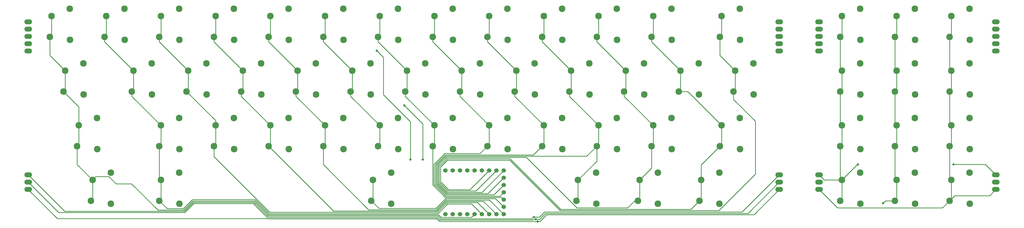
<source format=gtl>
G04 #@! TF.GenerationSoftware,KiCad,Pcbnew,8.0.3*
G04 #@! TF.CreationDate,2024-09-06T14:15:15-05:00*
G04 #@! TF.ProjectId,keyboard,6b657962-6f61-4726-942e-6b696361645f,rev?*
G04 #@! TF.SameCoordinates,Original*
G04 #@! TF.FileFunction,Copper,L1,Top*
G04 #@! TF.FilePolarity,Positive*
%FSLAX46Y46*%
G04 Gerber Fmt 4.6, Leading zero omitted, Abs format (unit mm)*
G04 Created by KiCad (PCBNEW 8.0.3) date 2024-09-06 14:15:15*
%MOMM*%
%LPD*%
G01*
G04 APERTURE LIST*
G04 #@! TA.AperFunction,ComponentPad*
%ADD10C,2.300000*%
G04 #@! TD*
G04 #@! TA.AperFunction,ComponentPad*
%ADD11O,2.700000X1.700000*%
G04 #@! TD*
G04 #@! TA.AperFunction,ComponentPad*
%ADD12C,1.524000*%
G04 #@! TD*
G04 #@! TA.AperFunction,ViaPad*
%ADD13C,0.800000*%
G04 #@! TD*
G04 #@! TA.AperFunction,Conductor*
%ADD14C,0.250000*%
G04 #@! TD*
G04 APERTURE END LIST*
D10*
X71800000Y-118206250D03*
X78800000Y-119256250D03*
X328612500Y-168116250D03*
X334962500Y-165576250D03*
X90850000Y-175356250D03*
X97850000Y-176406250D03*
X139065000Y-130016250D03*
X145415000Y-127476250D03*
X224790000Y-149066250D03*
X231140000Y-146526250D03*
X214675000Y-137256250D03*
X221675000Y-138306250D03*
X52750000Y-118206250D03*
X59750000Y-119256250D03*
X91440000Y-168116250D03*
X97790000Y-165576250D03*
X286702500Y-149066250D03*
X293052500Y-146526250D03*
X290875000Y-137256250D03*
X297875000Y-138306250D03*
X195625000Y-137256250D03*
X202625000Y-138306250D03*
X119425000Y-137256250D03*
X126425000Y-138306250D03*
D11*
X45243750Y-123190000D03*
X45243750Y-120650000D03*
X45243750Y-118110000D03*
X45243750Y-115570000D03*
X45243750Y-113030000D03*
D10*
X328612500Y-110966250D03*
X334962500Y-108426250D03*
X257537500Y-175356250D03*
X264537500Y-176406250D03*
X129540000Y-110966250D03*
X135890000Y-108426250D03*
X366122500Y-175356250D03*
X373122500Y-176406250D03*
X286702500Y-110966250D03*
X293052500Y-108426250D03*
X272415000Y-130016250D03*
X278765000Y-127476250D03*
X148590000Y-110966250D03*
X154940000Y-108426250D03*
X328022500Y-118206250D03*
X335022500Y-119256250D03*
X328022500Y-175356250D03*
X335022500Y-176406250D03*
X109900000Y-118206250D03*
X116900000Y-119256250D03*
X186100000Y-156306250D03*
X193100000Y-157356250D03*
X72390000Y-110966250D03*
X78740000Y-108426250D03*
X328612500Y-130016250D03*
X334962500Y-127476250D03*
X366122500Y-137256250D03*
X373122500Y-138306250D03*
D11*
X382181250Y-113030000D03*
X382181250Y-115570000D03*
X382181250Y-118110000D03*
X382181250Y-120650000D03*
X382181250Y-123190000D03*
D10*
X347072500Y-118206250D03*
X354072500Y-119256250D03*
X186690000Y-110966250D03*
X193040000Y-108426250D03*
X62275000Y-156306250D03*
X69275000Y-157356250D03*
X347072500Y-137256250D03*
X354072500Y-138306250D03*
X62865000Y-149066250D03*
X69215000Y-146526250D03*
D11*
X320675000Y-123190000D03*
X320675000Y-120650000D03*
X320675000Y-118110000D03*
X320675000Y-115570000D03*
X320675000Y-113030000D03*
D10*
X90850000Y-156306250D03*
X97850000Y-157356250D03*
X252775000Y-137256250D03*
X259775000Y-138306250D03*
X138475000Y-137256250D03*
X145475000Y-138306250D03*
X91440000Y-110966250D03*
X97790000Y-108426250D03*
X148000000Y-156306250D03*
X155000000Y-157356250D03*
X366712500Y-149066250D03*
X373062500Y-146526250D03*
X128950000Y-118206250D03*
X135950000Y-119256250D03*
X100965000Y-130016250D03*
X107315000Y-127476250D03*
X81915000Y-130016250D03*
X88265000Y-127476250D03*
X262300000Y-118206250D03*
X269300000Y-119256250D03*
X236106250Y-175356250D03*
X243106250Y-176406250D03*
X186100000Y-118206250D03*
X193100000Y-119256250D03*
X177165000Y-130016250D03*
X183515000Y-127476250D03*
X196215000Y-130016250D03*
X202565000Y-127476250D03*
X109900000Y-156306250D03*
X116900000Y-157356250D03*
X215265000Y-130016250D03*
X221615000Y-127476250D03*
X91440000Y-149066250D03*
X97790000Y-146526250D03*
X148000000Y-118206250D03*
X155000000Y-119256250D03*
X243250000Y-156306250D03*
X250250000Y-157356250D03*
X205150000Y-118206250D03*
X212150000Y-119256250D03*
X224200000Y-156306250D03*
X231200000Y-157356250D03*
D11*
X306775000Y-166370000D03*
X306775000Y-168910000D03*
X306775000Y-171450000D03*
D10*
X167640000Y-110966250D03*
X173990000Y-108426250D03*
X100375000Y-137256250D03*
X107375000Y-138306250D03*
X262300000Y-156306250D03*
X269300000Y-157356250D03*
X205740000Y-110966250D03*
X212090000Y-108426250D03*
X110490000Y-110966250D03*
X116840000Y-108426250D03*
X167640000Y-149066250D03*
X173990000Y-146526250D03*
X347072500Y-156306250D03*
X354072500Y-157356250D03*
X67627500Y-168116250D03*
X73977500Y-165576250D03*
X128950000Y-156306250D03*
X135950000Y-157356250D03*
X129540000Y-149066250D03*
X135890000Y-146526250D03*
X347662500Y-110966250D03*
X354012500Y-108426250D03*
X347662500Y-168116250D03*
X354012500Y-165576250D03*
X53340000Y-110966250D03*
X59690000Y-108426250D03*
X167050000Y-156306250D03*
X174050000Y-157356250D03*
X148590000Y-149066250D03*
X154940000Y-146526250D03*
X234315000Y-130016250D03*
X240665000Y-127476250D03*
X205150000Y-156306250D03*
X212150000Y-157356250D03*
X366122500Y-118206250D03*
X373122500Y-119256250D03*
X262890000Y-110966250D03*
X269240000Y-108426250D03*
X347662500Y-149066250D03*
X354012500Y-146526250D03*
X236696250Y-168116250D03*
X243046250Y-165576250D03*
D11*
X306775000Y-113030000D03*
X306775000Y-115570000D03*
X306775000Y-118110000D03*
X306775000Y-120650000D03*
X306775000Y-123190000D03*
D10*
X243250000Y-118206250D03*
X250250000Y-119256250D03*
X164668750Y-175356250D03*
X171668750Y-176406250D03*
X90850000Y-118206250D03*
X97850000Y-119256250D03*
X347072500Y-175356250D03*
X354072500Y-176406250D03*
X328612500Y-149066250D03*
X334962500Y-146526250D03*
X328022500Y-137256250D03*
X335022500Y-138306250D03*
X286112500Y-156306250D03*
X293112500Y-157356250D03*
D11*
X382181250Y-166370000D03*
X382181250Y-168910000D03*
X382181250Y-171450000D03*
D10*
X262890000Y-149066250D03*
X269240000Y-146526250D03*
X278968750Y-175356250D03*
X285968750Y-176406250D03*
X291465000Y-130016250D03*
X297815000Y-127476250D03*
X366122500Y-156306250D03*
X373122500Y-157356250D03*
X328022500Y-156306250D03*
X335022500Y-157356250D03*
X67037500Y-175356250D03*
X74037500Y-176406250D03*
X57512500Y-137256250D03*
X64512500Y-138306250D03*
X279558750Y-168116250D03*
X285908750Y-165576250D03*
X176575000Y-137256250D03*
X183575000Y-138306250D03*
X286112500Y-118206250D03*
X293112500Y-119256250D03*
X258127500Y-168116250D03*
X264477500Y-165576250D03*
X347662500Y-130016250D03*
X354012500Y-127476250D03*
X58102500Y-130016250D03*
X64452500Y-127476250D03*
X253365000Y-130016250D03*
X259715000Y-127476250D03*
X110490000Y-149066250D03*
X116840000Y-146526250D03*
X158115000Y-130016250D03*
X164465000Y-127476250D03*
X205740000Y-149066250D03*
X212090000Y-146526250D03*
X165258750Y-168116250D03*
X171608750Y-165576250D03*
D11*
X45243750Y-171450000D03*
X45243750Y-168910000D03*
X45243750Y-166370000D03*
D10*
X366712500Y-110966250D03*
X373062500Y-108426250D03*
X243840000Y-149066250D03*
X250190000Y-146526250D03*
X167050000Y-118206250D03*
X174050000Y-119256250D03*
X186690000Y-149066250D03*
X193040000Y-146526250D03*
X366712500Y-168116250D03*
X373062500Y-165576250D03*
X243840000Y-110966250D03*
X250190000Y-108426250D03*
X224790000Y-110966250D03*
X231140000Y-108426250D03*
X224200000Y-118206250D03*
X231200000Y-119256250D03*
X157525000Y-137256250D03*
X164525000Y-138306250D03*
X233725000Y-137256250D03*
X240725000Y-138306250D03*
D11*
X320675000Y-171450000D03*
X320675000Y-168910000D03*
X320675000Y-166370000D03*
D10*
X120015000Y-130016250D03*
X126365000Y-127476250D03*
X366712500Y-130016250D03*
X373062500Y-127476250D03*
X81325000Y-137256250D03*
X88325000Y-138306250D03*
X271825000Y-137256250D03*
X278825000Y-138306250D03*
D12*
X190500000Y-180086000D03*
X193040000Y-180086000D03*
X195580000Y-180086000D03*
X198120000Y-180086000D03*
X200660000Y-180086000D03*
X203200000Y-180086000D03*
X205740000Y-180086000D03*
X208280000Y-180086000D03*
X210820000Y-180086000D03*
X210820000Y-177546000D03*
X210820000Y-175006000D03*
X210820000Y-172466000D03*
X210820000Y-169926000D03*
X210820000Y-167386000D03*
X210820000Y-164846000D03*
X208280000Y-164846000D03*
X205740000Y-164846000D03*
X203200000Y-164846000D03*
X200660000Y-164846000D03*
X198120000Y-164846000D03*
X195580000Y-164846000D03*
X193040000Y-164846000D03*
X190500000Y-164846000D03*
D13*
X178308000Y-161036000D03*
X166624000Y-123031250D03*
X182626000Y-161036000D03*
X176212500Y-142081250D03*
X367506250Y-162718750D03*
X334168750Y-162718750D03*
X221350000Y-181102000D03*
X222030551Y-181834704D03*
X342900000Y-176212500D03*
X222691675Y-182584985D03*
D14*
X99410646Y-178593750D02*
X102548396Y-175456000D01*
X52750000Y-124663750D02*
X58102500Y-130016250D01*
X75767850Y-169430350D02*
X81242850Y-169430350D01*
X62865000Y-149066250D02*
X62865000Y-155716250D01*
X124063208Y-175456000D02*
X128911208Y-180304000D01*
X58102500Y-136666250D02*
X57512500Y-137256250D01*
X81242850Y-169430350D02*
X90406250Y-178593750D01*
X73303750Y-166966250D02*
X75767850Y-169430350D01*
X199573000Y-181173000D02*
X200660000Y-180086000D01*
X62275000Y-162763750D02*
X67627500Y-168116250D01*
X67627500Y-168116250D02*
X68777500Y-166966250D01*
X62865000Y-142608750D02*
X62865000Y-149066250D01*
X53340000Y-117616250D02*
X52750000Y-118206250D01*
X58102500Y-130016250D02*
X58102500Y-136666250D01*
X90406250Y-178593750D02*
X99410646Y-178593750D01*
X52750000Y-118206250D02*
X52750000Y-124663750D01*
X57512500Y-137256250D02*
X62865000Y-142608750D01*
X62275000Y-156306250D02*
X62275000Y-162763750D01*
X67627500Y-174766250D02*
X67037500Y-175356250D01*
X128911208Y-180304000D02*
X188124396Y-180304000D01*
X67627500Y-168116250D02*
X67627500Y-174766250D01*
X68777500Y-166966250D02*
X73303750Y-166966250D01*
X188993396Y-181173000D02*
X199573000Y-181173000D01*
X53340000Y-110966250D02*
X53340000Y-117616250D01*
X62865000Y-155716250D02*
X62275000Y-156306250D01*
X188124396Y-180304000D02*
X188993396Y-181173000D01*
X102548396Y-175456000D02*
X124063208Y-175456000D01*
X91440000Y-168116250D02*
X91440000Y-174766250D01*
X91440000Y-174766250D02*
X90850000Y-175356250D01*
X72390000Y-117616250D02*
X71800000Y-118206250D01*
X72390000Y-110966250D02*
X72390000Y-117616250D01*
X90850000Y-167526250D02*
X91440000Y-168116250D01*
X81325000Y-138951250D02*
X91440000Y-149066250D01*
X81915000Y-130016250D02*
X81915000Y-136666250D01*
X71800000Y-118206250D02*
X71800000Y-119901250D01*
X191262000Y-176530000D02*
X187938000Y-179854000D01*
X81325000Y-137256250D02*
X81325000Y-138951250D01*
X91440000Y-155716250D02*
X90850000Y-156306250D01*
X102362000Y-175006000D02*
X99224250Y-178143750D01*
X93637500Y-178143750D02*
X90850000Y-175356250D01*
X91440000Y-149066250D02*
X91440000Y-155716250D01*
X191333000Y-176459000D02*
X191262000Y-176530000D01*
X99224250Y-178143750D02*
X93637500Y-178143750D01*
X129097604Y-179854000D02*
X124249604Y-175006000D01*
X191262000Y-176530000D02*
X199644000Y-176530000D01*
X124249604Y-175006000D02*
X102362000Y-175006000D01*
X71800000Y-119901250D02*
X81915000Y-130016250D01*
X199644000Y-176530000D02*
X203200000Y-180086000D01*
X90850000Y-156306250D02*
X90850000Y-167526250D01*
X187938000Y-179854000D02*
X129097604Y-179854000D01*
X81915000Y-136666250D02*
X81325000Y-137256250D01*
X201663000Y-176009000D02*
X191146604Y-176009000D01*
X129284000Y-179404000D02*
X109900000Y-160020000D01*
X90850000Y-119901250D02*
X100965000Y-130016250D01*
X100375000Y-137256250D02*
X110490000Y-147371250D01*
X191146604Y-176009000D02*
X187751604Y-179404000D01*
X91440000Y-117616250D02*
X90850000Y-118206250D01*
X109900000Y-160020000D02*
X109900000Y-156306250D01*
X110490000Y-155716250D02*
X109900000Y-156306250D01*
X205740000Y-180086000D02*
X201663000Y-176009000D01*
X110490000Y-149066250D02*
X110490000Y-155716250D01*
X91440000Y-110966250D02*
X91440000Y-117616250D01*
X100965000Y-136666250D02*
X100375000Y-137256250D01*
X187751604Y-179404000D02*
X129284000Y-179404000D01*
X90850000Y-118206250D02*
X90850000Y-119901250D01*
X110490000Y-147371250D02*
X110490000Y-149066250D01*
X100965000Y-130016250D02*
X100965000Y-136666250D01*
X120015000Y-136666250D02*
X119425000Y-137256250D01*
X129540000Y-149066250D02*
X129540000Y-155716250D01*
X119425000Y-137256250D02*
X119425000Y-138951250D01*
X203753000Y-175559000D02*
X190960208Y-175559000D01*
X110490000Y-117616250D02*
X109900000Y-118206250D01*
X190960208Y-175559000D02*
X187565208Y-178954000D01*
X129540000Y-155716250D02*
X128950000Y-156306250D01*
X120015000Y-130016250D02*
X120015000Y-136666250D01*
X151597750Y-178954000D02*
X128950000Y-156306250D01*
X109900000Y-118206250D02*
X109900000Y-119901250D01*
X119425000Y-138951250D02*
X129540000Y-149066250D01*
X119995000Y-130036250D02*
X120015000Y-130016250D01*
X187565208Y-178954000D02*
X151597750Y-178954000D01*
X109900000Y-119901250D02*
X120015000Y-130016250D01*
X110490000Y-110966250D02*
X110490000Y-117616250D01*
X208280000Y-180086000D02*
X203753000Y-175559000D01*
X128950000Y-118206250D02*
X128950000Y-119901250D01*
X205843000Y-175109000D02*
X190773812Y-175109000D01*
X163772000Y-178504000D02*
X148000000Y-162732000D01*
X129540000Y-110966250D02*
X129540000Y-117616250D01*
X138475000Y-137256250D02*
X138475000Y-138951250D01*
X210820000Y-180086000D02*
X205843000Y-175109000D01*
X148590000Y-155716250D02*
X148000000Y-156306250D01*
X128950000Y-119901250D02*
X139065000Y-130016250D01*
X148000000Y-162732000D02*
X148000000Y-156306250D01*
X138475000Y-138951250D02*
X148590000Y-149066250D01*
X190773812Y-175109000D02*
X187378812Y-178504000D01*
X148590000Y-149066250D02*
X148590000Y-155716250D01*
X139065000Y-130016250D02*
X139065000Y-136666250D01*
X187378812Y-178504000D02*
X163772000Y-178504000D01*
X129540000Y-117616250D02*
X128950000Y-118206250D01*
X148000000Y-156306250D02*
X147268750Y-155575000D01*
X139065000Y-136666250D02*
X138475000Y-137256250D01*
X148000000Y-119901250D02*
X158115000Y-130016250D01*
X165258750Y-174766250D02*
X164668750Y-175356250D01*
X167366500Y-178054000D02*
X164668750Y-175356250D01*
X167640000Y-155716250D02*
X167050000Y-156306250D01*
X187192416Y-178054000D02*
X167366500Y-178054000D01*
X190587416Y-174659000D02*
X187192416Y-178054000D01*
X157525000Y-137256250D02*
X157525000Y-138951250D01*
X148590000Y-110966250D02*
X148590000Y-117616250D01*
X165258750Y-168116250D02*
X165258750Y-174766250D01*
X158115000Y-130016250D02*
X158115000Y-136666250D01*
X148590000Y-117616250D02*
X148000000Y-118206250D01*
X210820000Y-177546000D02*
X207933000Y-174659000D01*
X157525000Y-138951250D02*
X167640000Y-149066250D01*
X158115000Y-136666250D02*
X157525000Y-137256250D01*
X207933000Y-174659000D02*
X190587416Y-174659000D01*
X148000000Y-118206250D02*
X148000000Y-119901250D01*
X167640000Y-149066250D02*
X167640000Y-155716250D01*
X167640000Y-117616250D02*
X167050000Y-118206250D01*
X167640000Y-110966250D02*
X167640000Y-117616250D01*
X210023000Y-174209000D02*
X210820000Y-175006000D01*
X176575000Y-137256250D02*
X176575000Y-138951250D01*
X186690000Y-155716250D02*
X186100000Y-156306250D01*
X190465000Y-174209000D02*
X186100000Y-169844000D01*
X176575000Y-138951250D02*
X186690000Y-149066250D01*
X167050000Y-119901250D02*
X177165000Y-130016250D01*
X167050000Y-118206250D02*
X167050000Y-119901250D01*
X177165000Y-136666250D02*
X176575000Y-137256250D01*
X190465000Y-174209000D02*
X210023000Y-174209000D01*
X177165000Y-130016250D02*
X177165000Y-136666250D01*
X186100000Y-169844000D02*
X186100000Y-156306250D01*
X186690000Y-149066250D02*
X186690000Y-155716250D01*
X178308000Y-147828000D02*
X168910000Y-138430000D01*
X168910000Y-138430000D02*
X168910000Y-125317250D01*
X168910000Y-125317250D02*
X166624000Y-123031250D01*
X178308000Y-161036000D02*
X178308000Y-147828000D01*
X182626000Y-148590000D02*
X182673625Y-148542375D01*
X182673625Y-148542375D02*
X176212500Y-142081250D01*
X182626000Y-161036000D02*
X182626000Y-148590000D01*
X221132250Y-159374000D02*
X224200000Y-156306250D01*
X190512396Y-159374000D02*
X221132250Y-159374000D01*
X205740000Y-110966250D02*
X205740000Y-117616250D01*
X210820000Y-169926000D02*
X207437000Y-173309000D01*
X215265000Y-136666250D02*
X214675000Y-137256250D01*
X205150000Y-119901250D02*
X215265000Y-130016250D01*
X187000000Y-169471208D02*
X187000000Y-162886396D01*
X215265000Y-130016250D02*
X215265000Y-136666250D01*
X224790000Y-149066250D02*
X224790000Y-155716250D01*
X187000000Y-162886396D02*
X190512396Y-159374000D01*
X190837792Y-173309000D02*
X187000000Y-169471208D01*
X214675000Y-137256250D02*
X214675000Y-138951250D01*
X224790000Y-155716250D02*
X224200000Y-156306250D01*
X205740000Y-117616250D02*
X205150000Y-118206250D01*
X205150000Y-118206250D02*
X205150000Y-119901250D01*
X207437000Y-173309000D02*
X190837792Y-173309000D01*
X224200000Y-156306250D02*
X223900000Y-156306250D01*
X214675000Y-138951250D02*
X224790000Y-149066250D01*
X210820000Y-172466000D02*
X209527000Y-173759000D01*
X186690000Y-117616250D02*
X186100000Y-118206250D01*
X190326000Y-158924000D02*
X202518000Y-158924000D01*
X205740000Y-149066250D02*
X205740000Y-155716250D01*
X195625000Y-138951250D02*
X205740000Y-149066250D01*
X202518000Y-158924000D02*
X205135750Y-156306250D01*
X196215000Y-136666250D02*
X195625000Y-137256250D01*
X205135750Y-156306250D02*
X205150000Y-156306250D01*
X205740000Y-155716250D02*
X205150000Y-156306250D01*
X186550000Y-169657604D02*
X186550000Y-162700000D01*
X195625000Y-137256250D02*
X195625000Y-138951250D01*
X186100000Y-118206250D02*
X186100000Y-119901250D01*
X196215000Y-130016250D02*
X196215000Y-136666250D01*
X209527000Y-173759000D02*
X190651396Y-173759000D01*
X190651396Y-173759000D02*
X186550000Y-169657604D01*
X186550000Y-162700000D02*
X190326000Y-158924000D01*
X186100000Y-119901250D02*
X196215000Y-130016250D01*
X186690000Y-110966250D02*
X186690000Y-117616250D01*
X191024188Y-172859000D02*
X187452000Y-169286812D01*
X243840000Y-149066250D02*
X243840000Y-155716250D01*
X187452000Y-163070792D02*
X190698792Y-159824000D01*
X234315000Y-130016250D02*
X234315000Y-136666250D01*
X224790000Y-117616250D02*
X224200000Y-118206250D01*
X210820000Y-167386000D02*
X205347000Y-172859000D01*
X187452000Y-169286812D02*
X187452000Y-163070792D01*
X224200000Y-119901250D02*
X234315000Y-130016250D01*
X233725000Y-137256250D02*
X233725000Y-138951250D01*
X243250000Y-156306250D02*
X243250000Y-161562500D01*
X239732250Y-159824000D02*
X243250000Y-156306250D01*
X233725000Y-138951250D02*
X243840000Y-149066250D01*
X236696250Y-168116250D02*
X236696250Y-174766250D01*
X243840000Y-155716250D02*
X243250000Y-156306250D01*
X224790000Y-110966250D02*
X224790000Y-117616250D01*
X234315000Y-136666250D02*
X233725000Y-137256250D01*
X224200000Y-118206250D02*
X224200000Y-119901250D01*
X205347000Y-172859000D02*
X191024188Y-172859000D01*
X190698792Y-159824000D02*
X239732250Y-159824000D01*
X243250000Y-161562500D02*
X236696250Y-168116250D01*
X236696250Y-174766250D02*
X236106250Y-175356250D01*
X286702500Y-155716250D02*
X286112500Y-156306250D01*
X213048000Y-160724000D02*
X230655250Y-178331250D01*
X271825000Y-137256250D02*
X274892500Y-137256250D01*
X262300000Y-118206250D02*
X262300000Y-119901250D01*
X262890000Y-117616250D02*
X262300000Y-118206250D01*
X230655250Y-178331250D02*
X275993750Y-178331250D01*
X188352000Y-163443584D02*
X191071584Y-160724000D01*
X279558750Y-174766250D02*
X278968750Y-175356250D01*
X274892500Y-137256250D02*
X286702500Y-149066250D01*
X279558750Y-168116250D02*
X279558750Y-174766250D01*
X191071584Y-160724000D02*
X213048000Y-160724000D01*
X208280000Y-164846000D02*
X201167000Y-171959000D01*
X191396980Y-171959000D02*
X188352000Y-168914020D01*
X262300000Y-119901250D02*
X272415000Y-130016250D01*
X188352000Y-168914020D02*
X188352000Y-163443584D01*
X201167000Y-171959000D02*
X191396980Y-171959000D01*
X286112500Y-156306250D02*
X279558750Y-162860000D01*
X286702500Y-149066250D02*
X286702500Y-155716250D01*
X262890000Y-110966250D02*
X262890000Y-117616250D01*
X272415000Y-136666250D02*
X271825000Y-137256250D01*
X279558750Y-162860000D02*
X279558750Y-168116250D01*
X275993750Y-178331250D02*
X278968750Y-175356250D01*
X272415000Y-130016250D02*
X272415000Y-136666250D01*
X328612500Y-174766250D02*
X328022500Y-175356250D01*
X328612500Y-117616250D02*
X328022500Y-118206250D01*
X99597042Y-179043750D02*
X57917500Y-179043750D01*
X223256695Y-181102000D02*
X225034695Y-179324000D01*
X322421250Y-168116250D02*
X320675000Y-166370000D01*
X328568400Y-155760350D02*
X328022500Y-156306250D01*
X334168750Y-162718750D02*
X334010000Y-162718750D01*
X220459000Y-181623000D02*
X188807000Y-181623000D01*
X378530000Y-162718750D02*
X367506250Y-162718750D01*
X382181250Y-166370000D02*
X378530000Y-162718750D01*
X328022500Y-167526250D02*
X328612500Y-168116250D01*
X128684000Y-180754000D02*
X123836000Y-175906000D01*
X293821000Y-179324000D02*
X306775000Y-166370000D01*
X188807000Y-181623000D02*
X187938000Y-180754000D01*
X220980000Y-181102000D02*
X220459000Y-181623000D01*
X334010000Y-162718750D02*
X328612500Y-168116250D01*
X328022500Y-129426250D02*
X328612500Y-130016250D01*
X187938000Y-180754000D02*
X128684000Y-180754000D01*
X328022500Y-156306250D02*
X328022500Y-167526250D01*
X57917500Y-179043750D02*
X45243750Y-166370000D01*
X102734792Y-175906000D02*
X99597042Y-179043750D01*
X328612500Y-130016250D02*
X328612500Y-136666250D01*
X328568400Y-149110350D02*
X328568400Y-155760350D01*
X328612500Y-149066250D02*
X328568400Y-149110350D01*
X328612500Y-110966250D02*
X328612500Y-117616250D01*
X328022500Y-118206250D02*
X328022500Y-129426250D01*
X221350000Y-181102000D02*
X220980000Y-181102000D01*
X328022500Y-137256250D02*
X328022500Y-148476250D01*
X328612500Y-168116250D02*
X322421250Y-168116250D01*
X225034695Y-179324000D02*
X293821000Y-179324000D01*
X328612500Y-168116250D02*
X328612500Y-174766250D01*
X328612500Y-136666250D02*
X328022500Y-137256250D01*
X123836000Y-175906000D02*
X102734792Y-175906000D01*
X221350000Y-181102000D02*
X223256695Y-181102000D01*
X328022500Y-148476250D02*
X328612500Y-149066250D01*
X99783438Y-179493750D02*
X102921188Y-176356000D01*
X343756250Y-175356250D02*
X347072500Y-175356250D01*
X347072500Y-156306250D02*
X347072500Y-167526250D01*
X347662500Y-136666250D02*
X347072500Y-137256250D01*
X347662500Y-110966250D02*
X347662500Y-117616250D01*
X123649604Y-176356000D02*
X128497604Y-181204000D01*
X223345299Y-181827000D02*
X225398299Y-179774000D01*
X347662500Y-168116250D02*
X347662500Y-174766250D01*
X347072500Y-118206250D02*
X347072500Y-129426250D01*
X188620604Y-182073000D02*
X220803695Y-182073000D01*
X347662500Y-130016250D02*
X347662500Y-136666250D01*
X220803695Y-182073000D02*
X221049695Y-181827000D01*
X347662500Y-149066250D02*
X347662500Y-155716250D01*
X295911000Y-179774000D02*
X306775000Y-168910000D01*
X221049695Y-181827000D02*
X223345299Y-181827000D01*
X347072500Y-167526250D02*
X347662500Y-168116250D01*
X342900000Y-176212500D02*
X343756250Y-175356250D01*
X347662500Y-174766250D02*
X347072500Y-175356250D01*
X347072500Y-137256250D02*
X347072500Y-148476250D01*
X55827500Y-179493750D02*
X99783438Y-179493750D01*
X102921188Y-176356000D02*
X123649604Y-176356000D01*
X128497604Y-181204000D02*
X187751604Y-181204000D01*
X187751604Y-181204000D02*
X188620604Y-182073000D01*
X347072500Y-129426250D02*
X347662500Y-130016250D01*
X45243750Y-168910000D02*
X55827500Y-179493750D01*
X347662500Y-155716250D02*
X347072500Y-156306250D01*
X347662500Y-117616250D02*
X347072500Y-118206250D01*
X347072500Y-148476250D02*
X347662500Y-149066250D01*
X225398299Y-179774000D02*
X295911000Y-179774000D01*
X366712500Y-174766250D02*
X366122500Y-175356250D01*
X45243750Y-171481750D02*
X45243750Y-171450000D01*
X366122500Y-175356250D02*
X363597500Y-177881250D01*
X382181250Y-171450000D02*
X380050000Y-173581250D01*
X366712500Y-168116250D02*
X366712500Y-174766250D01*
X366122500Y-156306250D02*
X366122500Y-167526250D01*
X222691675Y-182584985D02*
X188496193Y-182584985D01*
X366712500Y-130016250D02*
X366712500Y-136666250D01*
X366122500Y-118206250D02*
X366122500Y-129426250D01*
X222691675Y-182584985D02*
X223466888Y-182584985D01*
X366712500Y-149066250D02*
X366712500Y-155716250D01*
X366122500Y-167526250D02*
X366712500Y-168116250D01*
X225827873Y-180224000D02*
X298001000Y-180224000D01*
X366712500Y-110966250D02*
X366712500Y-117616250D01*
X128267208Y-181610000D02*
X55372000Y-181610000D01*
X363597500Y-177881250D02*
X327106250Y-177881250D01*
X366712500Y-117616250D02*
X366122500Y-118206250D01*
X380050000Y-173581250D02*
X367897500Y-173581250D01*
X366712500Y-136666250D02*
X366122500Y-137256250D01*
X366122500Y-137256250D02*
X366122500Y-148476250D01*
X188496193Y-182584985D02*
X187565208Y-181654000D01*
X223466888Y-182584985D02*
X225827873Y-180224000D01*
X187565208Y-181654000D02*
X128311208Y-181654000D01*
X128311208Y-181654000D02*
X128267208Y-181610000D01*
X55372000Y-181610000D02*
X45243750Y-171481750D01*
X366122500Y-148476250D02*
X366712500Y-149066250D01*
X366712500Y-155716250D02*
X366122500Y-156306250D01*
X327106250Y-177881250D02*
X320675000Y-171450000D01*
X298001000Y-180224000D02*
X306775000Y-171450000D01*
X366122500Y-129426250D02*
X366712500Y-130016250D01*
X367897500Y-173581250D02*
X366122500Y-175356250D01*
X218694000Y-160274000D02*
X236301250Y-177881250D01*
X191210584Y-172409000D02*
X187902000Y-169100416D01*
X256443750Y-175356250D02*
X257537500Y-175356250D01*
X190885188Y-160274000D02*
X218694000Y-160274000D01*
X252775000Y-137256250D02*
X252775000Y-138951250D01*
X187902000Y-163257188D02*
X190885188Y-160274000D01*
X253918750Y-177881250D02*
X256443750Y-175356250D01*
X243840000Y-110966250D02*
X243840000Y-117616250D01*
X210820000Y-164846000D02*
X203257000Y-172409000D01*
X253365000Y-130016250D02*
X253365000Y-136666250D01*
X262300000Y-156306250D02*
X262300000Y-163943750D01*
X243250000Y-119901250D02*
X253365000Y-130016250D01*
X262890000Y-155716250D02*
X262300000Y-156306250D01*
X262890000Y-149066250D02*
X262890000Y-155716250D01*
X262300000Y-163943750D02*
X258127500Y-168116250D01*
X243250000Y-118206250D02*
X243250000Y-119901250D01*
X252775000Y-138951250D02*
X262890000Y-149066250D01*
X258127500Y-168116250D02*
X258127500Y-174766250D01*
X236301250Y-177881250D02*
X253918750Y-177881250D01*
X203257000Y-172409000D02*
X191210584Y-172409000D01*
X253365000Y-136666250D02*
X252775000Y-137256250D01*
X243840000Y-117616250D02*
X243250000Y-118206250D01*
X258127500Y-174766250D02*
X257537500Y-175356250D01*
X187902000Y-169100416D02*
X187902000Y-163257188D01*
X286112500Y-124663750D02*
X291465000Y-130016250D01*
X298450000Y-166116000D02*
X285784750Y-178781250D01*
X286702500Y-117616250D02*
X286112500Y-118206250D01*
X188802000Y-168727624D02*
X191583376Y-171509000D01*
X230468854Y-178781250D02*
X212919604Y-161232000D01*
X291465000Y-136666250D02*
X290875000Y-137256250D01*
X290875000Y-137256250D02*
X290875000Y-140062500D01*
X298450000Y-147637500D02*
X298450000Y-166116000D01*
X188802000Y-163629980D02*
X188802000Y-168727624D01*
X199077000Y-171509000D02*
X205740000Y-164846000D01*
X191199980Y-161232000D02*
X188802000Y-163629980D01*
X286112500Y-118206250D02*
X286112500Y-124663750D01*
X291465000Y-130016250D02*
X291465000Y-136666250D01*
X290875000Y-140062500D02*
X298450000Y-147637500D01*
X285784750Y-178781250D02*
X230468854Y-178781250D01*
X286702500Y-110966250D02*
X286702500Y-117616250D01*
X212919604Y-161232000D02*
X191199980Y-161232000D01*
X191583376Y-171509000D02*
X199077000Y-171509000D01*
M02*

</source>
